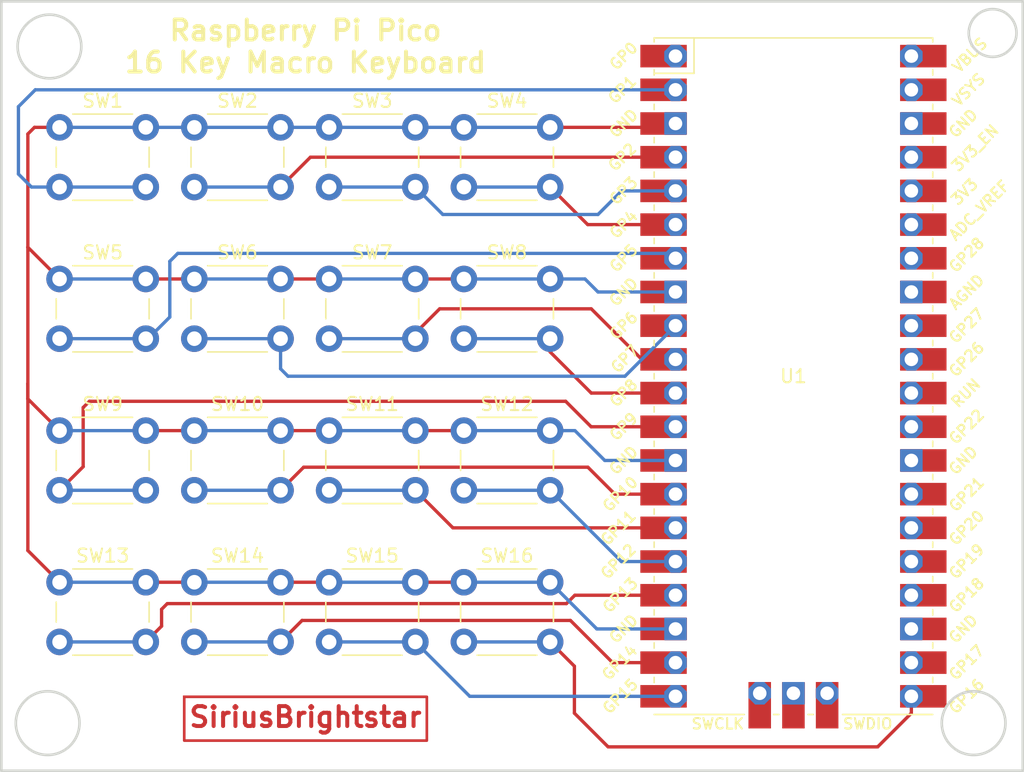
<source format=kicad_pcb>
(kicad_pcb (version 20211014) (generator pcbnew)
  (title_block (title "RPi Pico Macro Keyboard") (date "2022-07-26") (rev "v0.0.1") (company "Siriusbrightstar") (comment 1 "https://github.com/siriusbrightstar"))
  (layers (0 "F.Cu" signal) (31 "B.Cu" signal) (34 "B.Paste" user) (35 "F.Paste" user) (36 "B.SilkS" user "B.Silkscreen") (37 "F.SilkS" user "F.Silkscreen") (38 "B.Mask" user) (39 "F.Mask" user) (44 "Edge.Cuts" user))
  (net 0 "")
  (net 1 "GND")
  (net 2 "GP1")
  (net 3 "GP2")
  (net 4 "GP3")
  (net 5 "GP4")
  (net 6 "GP5")
  (net 7 "GP6")
  (net 8 "GP7")
  (net 9 "GP8")
  (net 10 "GP9")
  (net 11 "GP10")
  (net 12 "GP11")
  (net 13 "GP12")
  (net 14 "GP13")
  (net 15 "GP14")
  (net 16 "GP15")
  (net 17 "GP16")
  (footprint "Button_Switch_THT:SW_PUSH_6mm" (layer "F.Cu") (at 110.998 119.38)
    (fp_text reference "SW13" (at 3.25 -2) (layer "F.SilkS"))
    (fp_text value "Button")
    (pad "1" thru_hole circle (at 0 0 90) (size 2 2) (drill 1.1) (layers *.Cu *.Mask) (net 1 "GND"))
    (pad "1" thru_hole circle (at 6.5 0 90) (size 2 2) (drill 1.1) (layers *.Cu *.Mask) (net 1 "GND"))
    (pad "2" thru_hole circle (at 6.5 4.5 90) (size 2 2) (drill 1.1) (layers *.Cu *.Mask) (net 14 "GP13"))
    (pad "2" thru_hole circle (at 0 4.5 90) (size 2 2) (drill 1.1) (layers *.Cu *.Mask) (net 14 "GP13"))
  )
  (footprint "Button_Switch_THT:SW_PUSH_6mm" (layer "F.Cu") (at 131.318 107.95)
    (fp_text reference "SW11" (at 3.25 -2) (layer "F.SilkS"))
    (fp_text value "Button")
    (pad "1" thru_hole circle (at 0 0 90) (size 2 2) (drill 1.1) (layers *.Cu *.Mask) (net 1 "GND"))
    (pad "1" thru_hole circle (at 6.5 0 90) (size 2 2) (drill 1.1) (layers *.Cu *.Mask) (net 1 "GND"))
    (pad "2" thru_hole circle (at 0 4.5 90) (size 2 2) (drill 1.1) (layers *.Cu *.Mask) (net 12 "GP11"))
    (pad "2" thru_hole circle (at 6.5 4.5 90) (size 2 2) (drill 1.1) (layers *.Cu *.Mask) (net 12 "GP11"))
  )
  (footprint "Button_Switch_THT:SW_PUSH_6mm" (layer "F.Cu") (at 131.318 85.09)
    (fp_text reference "SW3" (at 3.25 -2) (layer "F.SilkS"))
    (fp_text value "Button")
    (pad "1" thru_hole circle (at 0 0 90) (size 2 2) (drill 1.1) (layers *.Cu *.Mask) (net 1 "GND"))
    (pad "1" thru_hole circle (at 6.5 0 90) (size 2 2) (drill 1.1) (layers *.Cu *.Mask) (net 1 "GND"))
    (pad "2" thru_hole circle (at 0 4.5 90) (size 2 2) (drill 1.1) (layers *.Cu *.Mask) (net 4 "GP3"))
    (pad "2" thru_hole circle (at 6.5 4.5 90) (size 2 2) (drill 1.1) (layers *.Cu *.Mask) (net 4 "GP3"))
  )
  (footprint "Button_Switch_THT:SW_PUSH_6mm" (layer "F.Cu") (at 121.158 119.38)
    (fp_text reference "SW14" (at 3.25 -2) (layer "F.SilkS"))
    (fp_text value "Button")
    (pad "1" thru_hole circle (at 6.5 0 90) (size 2 2) (drill 1.1) (layers *.Cu *.Mask) (net 1 "GND"))
    (pad "1" thru_hole circle (at 0 0 90) (size 2 2) (drill 1.1) (layers *.Cu *.Mask) (net 1 "GND"))
    (pad "2" thru_hole circle (at 0 4.5 90) (size 2 2) (drill 1.1) (layers *.Cu *.Mask) (net 15 "GP14"))
    (pad "2" thru_hole circle (at 6.5 4.5 90) (size 2 2) (drill 1.1) (layers *.Cu *.Mask) (net 15 "GP14"))
  )
  (footprint "Button_Switch_THT:SW_PUSH_6mm" (layer "F.Cu") (at 110.998 85.09)
    (fp_text reference "SW1" (at 3.25 -2) (layer "F.SilkS"))
    (fp_text value "GP1")
    (pad "1" thru_hole circle (at 0 0 90) (size 2 2) (drill 1.1) (layers *.Cu *.Mask) (net 1 "GND"))
    (pad "1" thru_hole circle (at 6.5 0 90) (size 2 2) (drill 1.1) (layers *.Cu *.Mask) (net 1 "GND"))
    (pad "2" thru_hole circle (at 0 4.5 90) (size 2 2) (drill 1.1) (layers *.Cu *.Mask) (net 2 "GP1"))
    (pad "2" thru_hole circle (at 6.5 4.5 90) (size 2 2) (drill 1.1) (layers *.Cu *.Mask) (net 2 "GP1"))
  )
  (footprint "Button_Switch_THT:SW_PUSH_6mm" (layer "F.Cu") (at 141.478 85.09)
    (fp_text reference "SW4" (at 3.25 -2) (layer "F.SilkS"))
    (fp_text value "Button")
    (pad "1" thru_hole circle (at 0 0 90) (size 2 2) (drill 1.1) (layers *.Cu *.Mask) (net 1 "GND"))
    (pad "1" thru_hole circle (at 6.5 0 90) (size 2 2) (drill 1.1) (layers *.Cu *.Mask) (net 1 "GND"))
    (pad "2" thru_hole circle (at 6.5 4.5 90) (size 2 2) (drill 1.1) (layers *.Cu *.Mask) (net 5 "GP4"))
    (pad "2" thru_hole circle (at 0 4.5 90) (size 2 2) (drill 1.1) (layers *.Cu *.Mask) (net 5 "GP4"))
  )
  (footprint "Button_Switch_THT:SW_PUSH_6mm" (layer "F.Cu") (at 110.998 96.52)
    (fp_text reference "SW5" (at 3.25 -2) (layer "F.SilkS"))
    (fp_text value "Button")
    (pad "1" thru_hole circle (at 6.5 0 90) (size 2 2) (drill 1.1) (layers *.Cu *.Mask) (net 1 "GND"))
    (pad "1" thru_hole circle (at 0 0 90) (size 2 2) (drill 1.1) (layers *.Cu *.Mask) (net 1 "GND"))
    (pad "2" thru_hole circle (at 0 4.5 90) (size 2 2) (drill 1.1) (layers *.Cu *.Mask) (net 6 "GP5"))
    (pad "2" thru_hole circle (at 6.5 4.5 90) (size 2 2) (drill 1.1) (layers *.Cu *.Mask) (net 6 "GP5"))
  )
  (footprint "Button_Switch_THT:SW_PUSH_6mm" (layer "F.Cu") (at 141.478 119.38)
    (fp_text reference "SW16" (at 3.25 -2) (layer "F.SilkS"))
    (fp_text value "Button")
    (pad "1" thru_hole circle (at 0 0 90) (size 2 2) (drill 1.1) (layers *.Cu *.Mask) (net 1 "GND"))
    (pad "1" thru_hole circle (at 6.5 0 90) (size 2 2) (drill 1.1) (layers *.Cu *.Mask) (net 1 "GND"))
    (pad "2" thru_hole circle (at 6.5 4.5 90) (size 2 2) (drill 1.1) (layers *.Cu *.Mask) (net 17 "GP16"))
    (pad "2" thru_hole circle (at 0 4.5 90) (size 2 2) (drill 1.1) (layers *.Cu *.Mask) (net 17 "GP16"))
  )
  (footprint "Button_Switch_THT:SW_PUSH_6mm" (layer "F.Cu") (at 131.318 96.52)
    (fp_text reference "SW7" (at 3.25 -2) (layer "F.SilkS"))
    (fp_text value "Button")
    (pad "1" thru_hole circle (at 6.5 0 90) (size 2 2) (drill 1.1) (layers *.Cu *.Mask) (net 1 "GND"))
    (pad "1" thru_hole circle (at 0 0 90) (size 2 2) (drill 1.1) (layers *.Cu *.Mask) (net 1 "GND"))
    (pad "2" thru_hole circle (at 0 4.5 90) (size 2 2) (drill 1.1) (layers *.Cu *.Mask) (net 8 "GP7"))
    (pad "2" thru_hole circle (at 6.5 4.5 90) (size 2 2) (drill 1.1) (layers *.Cu *.Mask) (net 8 "GP7"))
  )
  (footprint "Button_Switch_THT:SW_PUSH_6mm" (layer "F.Cu") (at 131.318 119.38)
    (fp_text reference "SW15" (at 3.25 -2) (layer "F.SilkS"))
    (fp_text value "Button")
    (pad "1" thru_hole circle (at 6.5 0 90) (size 2 2) (drill 1.1) (layers *.Cu *.Mask) (net 1 "GND"))
    (pad "1" thru_hole circle (at 0 0 90) (size 2 2) (drill 1.1) (layers *.Cu *.Mask) (net 1 "GND"))
    (pad "2" thru_hole circle (at 0 4.5 90) (size 2 2) (drill 1.1) (layers *.Cu *.Mask) (net 16 "GP15"))
    (pad "2" thru_hole circle (at 6.5 4.5 90) (size 2 2) (drill 1.1) (layers *.Cu *.Mask) (net 16 "GP15"))
  )
  (footprint "Button_Switch_THT:SW_PUSH_6mm" (layer "F.Cu") (at 141.478 96.52)
    (fp_text reference "SW8" (at 3.25 -2) (layer "F.SilkS"))
    (fp_text value "Button")
    (pad "1" thru_hole circle (at 0 0 90) (size 2 2) (drill 1.1) (layers *.Cu *.Mask) (net 1 "GND"))
    (pad "1" thru_hole circle (at 6.5 0 90) (size 2 2) (drill 1.1) (layers *.Cu *.Mask) (net 1 "GND"))
    (pad "2" thru_hole circle (at 0 4.5 90) (size 2 2) (drill 1.1) (layers *.Cu *.Mask) (net 9 "GP8"))
    (pad "2" thru_hole circle (at 6.5 4.5 90) (size 2 2) (drill 1.1) (layers *.Cu *.Mask) (net 9 "GP8"))
  )
  (footprint "Button_Switch_THT:SW_PUSH_6mm" (layer "F.Cu") (at 110.998 107.95)
    (fp_text reference "SW9" (at 3.25 -2) (layer "F.SilkS"))
    (fp_text value "Button")
    (pad "1" thru_hole circle (at 6.5 0 90) (size 2 2) (drill 1.1) (layers *.Cu *.Mask) (net 1 "GND"))
    (pad "1" thru_hole circle (at 0 0 90) (size 2 2) (drill 1.1) (layers *.Cu *.Mask) (net 1 "GND"))
    (pad "2" thru_hole circle (at 0 4.5 90) (size 2 2) (drill 1.1) (layers *.Cu *.Mask) (net 10 "GP9"))
    (pad "2" thru_hole circle (at 6.5 4.5 90) (size 2 2) (drill 1.1) (layers *.Cu *.Mask) (net 10 "GP9"))
  )
  (footprint "Button_Switch_THT:SW_PUSH_6mm" (layer "F.Cu") (at 121.158 96.52)
    (fp_text reference "SW6" (at 3.25 -2) (layer "F.SilkS"))
    (fp_text value "Button")
    (pad "1" thru_hole circle (at 0 0 90) (size 2 2) (drill 1.1) (layers *.Cu *.Mask) (net 1 "GND"))
    (pad "1" thru_hole circle (at 6.5 0 90) (size 2 2) (drill 1.1) (layers *.Cu *.Mask) (net 1 "GND"))
    (pad "2" thru_hole circle (at 0 4.5 90) (size 2 2) (drill 1.1) (layers *.Cu *.Mask) (net 7 "GP6"))
    (pad "2" thru_hole circle (at 6.5 4.5 90) (size 2 2) (drill 1.1) (layers *.Cu *.Mask) (net 7 "GP6"))
  )
  (footprint "Button_Switch_THT:SW_PUSH_6mm" (layer "F.Cu") (at 121.158 107.95)
    (fp_text reference "SW10" (at 3.25 -2) (layer "F.SilkS"))
    (fp_text value "Button")
    (pad "1" thru_hole circle (at 6.5 0 90) (size 2 2) (drill 1.1) (layers *.Cu *.Mask) (net 1 "GND"))
    (pad "1" thru_hole circle (at 0 0 90) (size 2 2) (drill 1.1) (layers *.Cu *.Mask) (net 1 "GND"))
    (pad "2" thru_hole circle (at 6.5 4.5 90) (size 2 2) (drill 1.1) (layers *.Cu *.Mask) (net 11 "GP10"))
    (pad "2" thru_hole circle (at 0 4.5 90) (size 2 2) (drill 1.1) (layers *.Cu *.Mask) (net 11 "GP10"))
  )
  (footprint "Button_Switch_THT:SW_PUSH_6mm" (layer "F.Cu") (at 121.158 85.09)
    (fp_text reference "SW2" (at 3.25 -2) (layer "F.SilkS"))
    (fp_text value "Button")
    (pad "1" thru_hole circle (at 0 0 90) (size 2 2) (drill 1.1) (layers *.Cu *.Mask) (net 1 "GND"))
    (pad "1" thru_hole circle (at 6.5 0 90) (size 2 2) (drill 1.1) (layers *.Cu *.Mask) (net 1 "GND"))
    (pad "2" thru_hole circle (at 6.5 4.5 90) (size 2 2) (drill 1.1) (layers *.Cu *.Mask) (net 3 "GP2"))
    (pad "2" thru_hole circle (at 0 4.5 90) (size 2 2) (drill 1.1) (layers *.Cu *.Mask) (net 3 "GP2"))
  )
  (footprint "RaspberryPi_Pico:RPi_Pico_SMD_TH" (layer "F.Cu") (at 166.318 103.85)
    (fp_text reference "U1" (at 0 0) (layer "F.SilkS"))
    (fp_text value "Pico")
    (fp_text user "GP27" (at 13.054 -3.8 45) (layer "F.SilkS") (effects (font (size 0.8 0.8))))
    (fp_text user "GP11" (at -13.2 11.43 45) (layer "F.SilkS") (effects (font (size 0.8 0.8))))
    (fp_text user "GND" (at -12.8 -6.35 45) (layer "F.SilkS") (effects (font (size 0.8 0.8))))
    (fp_text user "GP12" (at -13.2 13.97 45) (layer "F.SilkS") (effects (font (size 0.8 0.8))))
    (fp_text user "GP7" (at -12.7 -1.3 45) (layer "F.SilkS") (effects (font (size 0.8 0.8))))
    (fp_text user "GP17" (at 13.054 21.59 45) (layer "F.SilkS") (effects (font (size 0.8 0.8))))
    (fp_text user "3V3" (at 12.9 -13.9 45) (layer "F.SilkS") (effects (font (size 0.8 0.8))))
    (fp_text user "GP1" (at -12.9 -21.6 45) (layer "F.SilkS") (effects (font (size 0.8 0.8))))
    (fp_text user "GP5" (at -12.8 -8.89 45) (layer "F.SilkS") (effects (font (size 0.8 0.8))))
    (fp_text user "GND" (at -12.8 6.35 45) (layer "F.SilkS") (effects (font (size 0.8 0.8))))
    (fp_text user "GP8" (at -12.8 1.27 45) (layer "F.SilkS") (effects (font (size 0.8 0.8))))
    (fp_text user "GP3" (at -12.8 -13.97 45) (layer "F.SilkS") (effects (font (size 0.8 0.8))))
    (fp_text user "GP6" (at -12.8 -3.81 45) (layer "F.SilkS") (effects (font (size 0.8 0.8))))
    (fp_text user "ADC_VREF" (at 14 -12.5 45) (layer "F.SilkS") (effects (font (size 0.8 0.8))))
    (fp_text user "VSYS" (at 13.2 -21.59 45) (layer "F.SilkS") (effects (font (size 0.8 0.8))))
    (fp_text user "GP10" (at -13.054 8.89 45) (layer "F.SilkS") (effects (font (size 0.8 0.8))))
    (fp_text user "GND" (at -12.8 -19.05 45) (layer "F.SilkS") (effects (font (size 0.8 0.8))))
    (fp_text user "SWDIO" (at 5.6 26.2) (layer "F.SilkS") (effects (font (size 0.8 0.8))))
    (fp_text user "GP15" (at -13.054 24.13 45) (layer "F.SilkS") (effects (font (size 0.8 0.8))))
    (fp_text user "GP16" (at 13.054 24.13 45) (layer "F.SilkS") (effects (font (size 0.8 0.8))))
    (fp_text user "GP18" (at 13.054 16.51 45) (layer "F.SilkS") (effects (font (size 0.8 0.8))))
    (fp_text user "GP9" (at -12.8 3.81 45) (layer "F.SilkS") (effects (font (size 0.8 0.8))))
    (fp_text user "GP28" (at 13.054 -9.144 45) (layer "F.SilkS") (effects (font (size 0.8 0.8))))
    (fp_text user "GP22" (at 13.054 3.81 45) (layer "F.SilkS") (effects (font (size 0.8 0.8))))
    (fp_text user "GP2" (at -12.9 -16.51 45) (layer "F.SilkS") (effects (font (size 0.8 0.8))))
    (fp_text user "RUN" (at 13 1.27 45) (layer "F.SilkS") (effects (font (size 0.8 0.8))))
    (fp_text user "GND" (at 12.8 -19.05 45) (layer "F.SilkS") (effects (font (size 0.8 0.8))))
    (fp_text user "GP0" (at -12.8 -24.13 45) (layer "F.SilkS") (effects (font (size 0.8 0.8))))
    (fp_text user "GP13" (at -13.054 16.51 45) (layer "F.SilkS") (effects (font (size 0.8 0.8))))
    (fp_text user "GP21" (at 13.054 8.9 45) (layer "F.SilkS") (effects (font (size 0.8 0.8))))
    (fp_text user "GP4" (at -12.8 -11.43 45) (layer "F.SilkS") (effects (font (size 0.8 0.8))))
    (fp_text user "GP20" (at 13.054 11.43 45) (layer "F.SilkS") (effects (font (size 0.8 0.8))))
    (fp_text user "AGND" (at 13.054 -6.35 45) (layer "F.SilkS") (effects (font (size 0.8 0.8))))
    (fp_text user "GND" (at -12.8 19.05 45) (layer "F.SilkS") (effects (font (size 0.8 0.8))))
    (fp_text user "SWCLK" (at -5.7 26.2) (layer "F.SilkS") (effects (font (size 0.8 0.8))))
    (fp_text user "GP26" (at 13.054 -1.27 45) (layer "F.SilkS") (effects (font (size 0.8 0.8))))
    (fp_text user "GND" (at 12.8 19.05 45) (layer "F.SilkS") (effects (font (size 0.8 0.8))))
    (fp_text user "GP19" (at 13.054 13.97 45) (layer "F.SilkS") (effects (font (size 0.8 0.8))))
    (fp_text user "GP14" (at -13.1 21.59 45) (layer "F.SilkS") (effects (font (size 0.8 0.8))))
    (fp_text user "VBUS" (at 13.3 -24.2 45) (layer "F.SilkS") (effects (font (size 0.8 0.8))))
    (fp_text user "3V3_EN" (at 13.7 -17.2 45) (layer "F.SilkS") (effects (font (size 0.8 0.8))))
    (fp_text user "GND" (at 12.8 6.35 45) (layer "F.SilkS") (effects (font (size 0.8 0.8))))
    (pad "" np_thru_hole oval (at -2.725 -24) (size 1.8 1.8) (drill 1.8) (layers *.Cu *.Mask))
    (pad "" np_thru_hole oval (at 2.725 -24) (size 1.8 1.8) (drill 1.8) (layers *.Cu *.Mask))
    (pad "" np_thru_hole oval (at -2.425 -20.97) (size 1.5 1.5) (drill 1.5) (layers *.Cu *.Mask))
    (pad "" np_thru_hole oval (at 2.425 -20.97) (size 1.5 1.5) (drill 1.5) (layers *.Cu *.Mask))
    (pad "1" smd rect (at -8.89 -24.13) (size 3.5 1.7) (drill (offset -0.9 0)) (layers "F.Cu" "F.Mask"))
    (pad "1" thru_hole custom (at -8.89 -24.13) (size 1.7 1.7) (drill 1.02) (layers *.Cu *.Mask) (options (clearance convexhull) (anchor circle)) (primitives (gr_poly (pts (xy 0.8 0.331371) (xy 0.331371 0.8) (xy -0.331371 0.8) (xy -0.8 0.331371) (xy -0.8 -0.331371) (xy -0.331371 -0.8) (xy 0.331371 -0.8) (xy 0.8 -0.331371)) (width 0.1) (fill yes))))
    (pad "2" smd rect (at -8.89 -21.59) (size 3.5 1.7) (drill (offset -0.9 0)) (layers "F.Cu" "F.Mask") (net 2 "GP1"))
    (pad "2" thru_hole custom (at -8.89 -21.59) (size 1.7 1.7) (drill 1.02) (layers *.Cu *.Mask) (net 2 "GP1") (options (clearance convexhull) (anchor circle)) (primitives (gr_poly (pts (xy 0.8 0.331371) (xy 0.331371 0.8) (xy -0.331371 0.8) (xy -0.8 0.331371) (xy -0.8 -0.331371) (xy -0.331371 -0.8) (xy 0.331371 -0.8) (xy 0.8 -0.331371)) (width 0.1) (fill yes))))
    (pad "3" thru_hole custom (at -8.89 -19.05) (size 1.7 1.7) (drill 1.02) (layers *.Cu *.Mask) (net 1 "GND") (options (clearance convexhull) (anchor circle)) (primitives (gr_poly (pts (xy 0.8 0.8) (xy -0.8 0.8) (xy -0.8 -0.8) (xy 0.8 -0.8)) (width 0.1) (fill yes))))
    (pad "3" smd rect (at -8.89 -19.05) (size 3.5 1.7) (drill (offset -0.9 0)) (layers "F.Cu" "F.Mask") (net 1 "GND"))
    (pad "4" smd rect (at -8.89 -16.51) (size 3.5 1.7) (drill (offset -0.9 0)) (layers "F.Cu" "F.Mask") (net 3 "GP2"))
    (pad "4" thru_hole custom (at -8.89 -16.51) (size 1.7 1.7) (drill 1.02) (layers *.Cu *.Mask) (net 3 "GP2") (options (clearance convexhull) (anchor circle)) (primitives (gr_poly (pts (xy 0.8 0.331371) (xy 0.331371 0.8) (xy -0.331371 0.8) (xy -0.8 0.331371) (xy -0.8 -0.331371) (xy -0.331371 -0.8) (xy 0.331371 -0.8) (xy 0.8 -0.331371)) (width 0.1) (fill yes))))
    (pad "5" thru_hole custom (at -8.89 -13.97) (size 1.7 1.7) (drill 1.02) (layers *.Cu *.Mask) (net 4 "GP3") (options (clearance convexhull) (anchor circle)) (primitives (gr_poly (pts (xy 0.8 0.331371) (xy 0.331371 0.8) (xy -0.331371 0.8) (xy -0.8 0.331371) (xy -0.8 -0.331371) (xy -0.331371 -0.8) (xy 0.331371 -0.8) (xy 0.8 -0.331371)) (width 0.1) (fill yes))))
    (pad "5" smd rect (at -8.89 -13.97) (size 3.5 1.7) (drill (offset -0.9 0)) (layers "F.Cu" "F.Mask") (net 4 "GP3"))
    (pad "6" thru_hole custom (at -8.89 -11.43) (size 1.7 1.7) (drill 1.02) (layers *.Cu *.Mask) (net 5 "GP4") (options (clearance convexhull) (anchor circle)) (primitives (gr_poly (pts (xy 0.8 0.331371) (xy 0.331371 0.8) (xy -0.331371 0.8) (xy -0.8 0.331371) (xy -0.8 -0.331371) (xy -0.331371 -0.8) (xy 0.331371 -0.8) (xy 0.8 -0.331371)) (width 0.1) (fill yes))))
    (pad "6" smd rect (at -8.89 -11.43) (size 3.5 1.7) (drill (offset -0.9 0)) (layers "F.Cu" "F.Mask") (net 5 "GP4"))
    (pad "7" smd rect (at -8.89 -8.89) (size 3.5 1.7) (drill (offset -0.9 0)) (layers "F.Cu" "F.Mask") (net 6 "GP5"))
    (pad "7" thru_hole custom (at -8.89 -8.89) (size 1.7 1.7) (drill 1.02) (layers *.Cu *.Mask) (net 6 "GP5") (options (clearance convexhull) (anchor circle)) (primitives (gr_poly (pts (xy 0.8 0.331371) (xy 0.331371 0.8) (xy -0.331371 0.8) (xy -0.8 0.331371) (xy -0.8 -0.331371) (xy -0.331371 -0.8) (xy 0.331371 -0.8) (xy 0.8 -0.331371)) (width 0.1) (fill yes))))
    (pad "8" thru_hole custom (at -8.89 -6.35) (size 1.7 1.7) (drill 1.02) (layers *.Cu *.Mask) (net 1 "GND") (options (clearance convexhull) (anchor circle)) (primitives (gr_poly (pts (xy 0.8 0.8) (xy -0.8 0.8) (xy -0.8 -0.8) (xy 0.8 -0.8)) (width 0.1) (fill yes))))
    (pad "8" smd rect (at -8.89 -6.35) (size 3.5 1.7) (drill (offset -0.9 0)) (layers "F.Cu" "F.Mask") (net 1 "GND"))
    (pad "9" thru_hole custom (at -8.89 -3.81) (size 1.7 1.7) (drill 1.02) (layers *.Cu *.Mask) (net 7 "GP6") (options (clearance convexhull) (anchor circle)) (primitives (gr_poly (pts (xy 0.8 0.331371) (xy 0.331371 0.8) (xy -0.331371 0.8) (xy -0.8 0.331371) (xy -0.8 -0.331371) (xy -0.331371 -0.8) (xy 0.331371 -0.8) (xy 0.8 -0.331371)) (width 0.1) (fill yes))))
    (pad "9" smd rect (at -8.89 -3.81) (size 3.5 1.7) (drill (offset -0.9 0)) (layers "F.Cu" "F.Mask") (net 7 "GP6"))
    (pad "10" smd rect (at -8.89 -1.27) (size 3.5 1.7) (drill (offset -0.9 0)) (layers "F.Cu" "F.Mask") (net 8 "GP7"))
    (pad "10" thru_hole custom (at -8.89 -1.27) (size 1.7 1.7) (drill 1.02) (layers *.Cu *.Mask) (net 8 "GP7") (options (clearance convexhull) (anchor circle)) (primitives (gr_poly (pts (xy 0.8 0.331371) (xy 0.331371 0.8) (xy -0.331371 0.8) (xy -0.8 0.331371) (xy -0.8 -0.331371) (xy -0.331371 -0.8) (xy 0.331371 -0.8) (xy 0.8 -0.331371)) (width 0.1) (fill yes))))
    (pad "11" thru_hole custom (at -8.89 1.27) (size 1.7 1.7) (drill 1.02) (layers *.Cu *.Mask) (net 9 "GP8") (options (clearance convexhull) (anchor circle)) (primitives (gr_poly (pts (xy 0.8 0.331371) (xy 0.331371 0.8) (xy -0.331371 0.8) (xy -0.8 0.331371) (xy -0.8 -0.331371) (xy -0.331371 -0.8) (xy 0.331371 -0.8) (xy 0.8 -0.331371)) (width 0.1) (fill yes))))
    (pad "11" smd rect (at -8.89 1.27) (size 3.5 1.7) (drill (offset -0.9 0)) (layers "F.Cu" "F.Mask") (net 9 "GP8"))
    (pad "12" smd rect (at -8.89 3.81) (size 3.5 1.7) (drill (offset -0.9 0)) (layers "F.Cu" "F.Mask") (net 10 "GP9"))
    (pad "12" thru_hole custom (at -8.89 3.81) (size 1.7 1.7) (drill 1.02) (layers *.Cu *.Mask) (net 10 "GP9") (options (clearance convexhull) (anchor circle)) (primitives (gr_poly (pts (xy 0.8 0.331371) (xy 0.331371 0.8) (xy -0.331371 0.8) (xy -0.8 0.331371) (xy -0.8 -0.331371) (xy -0.331371 -0.8) (xy 0.331371 -0.8) (xy 0.8 -0.331371)) (width 0.1) (fill yes))))
    (pad "13" smd rect (at -8.89 6.35) (size 3.5 1.7) (drill (offset -0.9 0)) (layers "F.Cu" "F.Mask") (net 1 "GND"))
    (pad "13" thru_hole custom (at -8.89 6.35) (size 1.7 1.7) (drill 1.02) (layers *.Cu *.Mask) (net 1 "GND") (options (clearance convexhull) (anchor circle)) (primitives (gr_poly (pts (xy 0.8 0.8) (xy -0.8 0.8) (xy -0.8 -0.8) (xy 0.8 -0.8)) (width 0.1) (fill yes))))
    (pad "14" smd rect (at -8.89 8.89) (size 3.5 1.7) (drill (offset -0.9 0)) (layers "F.Cu" "F.Mask") (net 11 "GP10"))
    (pad "14" thru_hole custom (at -8.89 8.89) (size 1.7 1.7) (drill 1.02) (layers *.Cu *.Mask) (net 11 "GP10") (options (clearance convexhull) (anchor circle)) (primitives (gr_poly (pts (xy 0.8 0.331371) (xy 0.331371 0.8) (xy -0.331371 0.8) (xy -0.8 0.331371) (xy -0.8 -0.331371) (xy -0.331371 -0.8) (xy 0.331371 -0.8) (xy 0.8 -0.331371)) (width 0.1) (fill yes))))
    (pad "15" smd rect (at -8.89 11.43) (size 3.5 1.7) (drill (offset -0.9 0)) (layers "F.Cu" "F.Mask") (net 12 "GP11"))
    (pad "15" thru_hole custom (at -8.89 11.43) (size 1.7 1.7) (drill 1.02) (layers *.Cu *.Mask) (net 12 "GP11") (options (clearance convexhull) (anchor circle)) (primitives (gr_poly (pts (xy 0.8 0.331371) (xy 0.331371 0.8) (xy -0.331371 0.8) (xy -0.8 0.331371) (xy -0.8 -0.331371) (xy -0.331371 -0.8) (xy 0.331371 -0.8) (xy 0.8 -0.331371)) (width 0.1) (fill yes))))
    (pad "16" thru_hole custom (at -8.89 13.97) (size 1.7 1.7) (drill 1.02) (layers *.Cu *.Mask) (net 13 "GP12") (options (clearance convexhull) (anchor circle)) (primitives (gr_poly (pts (xy 0.8 0.331371) (xy 0.331371 0.8) (xy -0.331371 0.8) (xy -0.8 0.331371) (xy -0.8 -0.331371) (xy -0.331371 -0.8) (xy 0.331371 -0.8) (xy 0.8 -0.331371)) (width 0.1) (fill yes))))
    (pad "16" smd rect (at -8.89 13.97) (size 3.5 1.7) (drill (offset -0.9 0)) (layers "F.Cu" "F.Mask") (net 13 "GP12"))
    (pad "17" smd rect (at -8.89 16.51) (size 3.5 1.7) (drill (offset -0.9 0)) (layers "F.Cu" "F.Mask") (net 14 "GP13"))
    (pad "17" thru_hole custom (at -8.89 16.51) (size 1.7 1.7) (drill 1.02) (layers *.Cu *.Mask) (net 14 "GP13") (options (clearance convexhull) (anchor circle)) (primitives (gr_poly (pts (xy 0.8 0.331371) (xy 0.331371 0.8) (xy -0.331371 0.8) (xy -0.8 0.331371) (xy -0.8 -0.331371) (xy -0.331371 -0.8) (xy 0.331371 -0.8) (xy 0.8 -0.331371)) (width 0.1) (fill yes))))
    (pad "18" smd rect (at -8.89 19.05) (size 3.5 1.7) (drill (offset -0.9 0)) (layers "F.Cu" "F.Mask") (net 1 "GND"))
    (pad "18" thru_hole custom (at -8.89 19.05) (size 1.7 1.7) (drill 1.02) (layers *.Cu *.Mask) (net 1 "GND") (options (clearance convexhull) (anchor circle)) (primitives (gr_poly (pts (xy 0.8 0.8) (xy -0.8 0.8) (xy -0.8 -0.8) (xy 0.8 -0.8)) (width 0.1) (fill yes))))
    (pad "19" smd rect (at -8.89 21.59) (size 3.5 1.7) (drill (offset -0.9 0)) (layers "F.Cu" "F.Mask") (net 15 "GP14"))
    (pad "19" thru_hole custom (at -8.89 21.59) (size 1.7 1.7) (drill 1.02) (layers *.Cu *.Mask) (net 15 "GP14") (options (clearance convexhull) (anchor circle)) (primitives (gr_poly (pts (xy 0.8 0.331371) (xy 0.331371 0.8) (xy -0.331371 0.8) (xy -0.8 0.331371) (xy -0.8 -0.331371) (xy -0.331371 -0.8) (xy 0.331371 -0.8) (xy 0.8 -0.331371)) (width 0.1) (fill yes))))
    (pad "20" thru_hole custom (at -8.89 24.13) (size 1.7 1.7) (drill 1.02) (layers *.Cu *.Mask) (net 16 "GP15") (options (clearance convexhull) (anchor circle)) (primitives (gr_poly (pts (xy 0.8 0.331371) (xy 0.331371 0.8) (xy -0.331371 0.8) (xy -0.8 0.331371) (xy -0.8 -0.331371) (xy -0.331371 -0.8) (xy 0.331371 -0.8) (xy 0.8 -0.331371)) (width 0.1) (fill yes))))
    (pad "20" smd rect (at -8.89 24.13) (size 3.5 1.7) (drill (offset -0.9 0)) (layers "F.Cu" "F.Mask") (net 16 "GP15"))
    (pad "21" smd rect (at 8.89 24.13) (size 3.5 1.7) (drill (offset 0.9 0)) (layers "F.Cu" "F.Mask") (net 17 "GP16"))
    (pad "21" thru_hole custom (at 8.89 24.13) (size 1.7 1.7) (drill 1.02) (layers *.Cu *.Mask) (net 17 "GP16") (options (clearance convexhull) (anchor circle)) (primitives (gr_poly (pts (xy 0.8 0.331371) (xy 0.331371 0.8) (xy -0.331371 0.8) (xy -0.8 0.331371) (xy -0.8 -0.331371) (xy -0.331371 -0.8) (xy 0.331371 -0.8) (xy 0.8 -0.331371)) (width 0.1) (fill yes))))
    (pad "22" smd rect (at 8.89 21.59) (size 3.5 1.7) (drill (offset 0.9 0)) (layers "F.Cu" "F.Mask"))
    (pad "22" thru_hole custom (at 8.89 21.59) (size 1.7 1.7) (drill 1.02) (layers *.Cu *.Mask) (options (clearance convexhull) (anchor circle)) (primitives (gr_poly (pts (xy 0.8 0.331371) (xy 0.331371 0.8) (xy -0.331371 0.8) (xy -0.8 0.331371) (xy -0.8 -0.331371) (xy -0.331371 -0.8) (xy 0.331371 -0.8) (xy 0.8 -0.331371)) (width 0.1) (fill yes))))
    (pad "23" thru_hole custom (at 8.89 19.05) (size 1.7 1.7) (drill 1.02) (layers *.Cu *.Mask) (options (clearance convexhull) (anchor circle)) (primitives (gr_poly (pts (xy 0.8 0.8) (xy -0.8 0.8) (xy -0.8 -0.8) (xy 0.8 -0.8)) (width 0.1) (fill yes))))
    (pad "23" smd rect (at 8.89 19.05) (size 3.5 1.7) (drill (offset 0.9 0)) (layers "F.Cu" "F.Mask"))
    (pad "24" thru_hole custom (at 8.89 16.51) (size 1.7 1.7) (drill 1.02) (layers *.Cu *.Mask) (options (clearance convexhull) (anchor circle)) (primitives (gr_poly (pts (xy 0.8 0.331371) (xy 0.331371 0.8) (xy -0.331371 0.8) (xy -0.8 0.331371) (xy -0.8 -0.331371) (xy -0.331371 -0.8) (xy 0.331371 -0.8) (xy 0.8 -0.331371)) (width 0.1) (fill yes))))
    (pad "24" smd rect (at 8.89 16.51) (size 3.5 1.7) (drill (offset 0.9 0)) (layers "F.Cu" "F.Mask"))
    (pad "25" thru_hole custom (at 8.89 13.97) (size 1.7 1.7) (drill 1.02) (layers *.Cu *.Mask) (options (clearance convexhull) (anchor circle)) (primitives (gr_poly (pts (xy 0.8 0.331371) (xy 0.331371 0.8) (xy -0.331371 0.8) (xy -0.8 0.331371) (xy -0.8 -0.331371) (xy -0.331371 -0.8) (xy 0.331371 -0.8) (xy 0.8 -0.331371)) (width 0.1) (fill yes))))
    (pad "25" smd rect (at 8.89 13.97) (size 3.5 1.7) (drill (offset 0.9 0)) (layers "F.Cu" "F.Mask"))
    (pad "26" thru_hole custom (at 8.89 11.43) (size 1.7 1.7) (drill 1.02) (layers *.Cu *.Mask) (options (clearance convexhull) (anchor circle)) (primitives (gr_poly (pts (xy 0.8 0.331371) (xy 0.331371 0.8) (xy -0.331371 0.8) (xy -0.8 0.331371) (xy -0.8 -0.331371) (xy -0.331371 -0.8) (xy 0.331371 -0.8) (xy 0.8 -0.331371)) (width 0.1) (fill yes))))
    (pad "26" smd rect (at 8.89 11.43) (size 3.5 1.7) (drill (offset 0.9 0)) (layers "F.Cu" "F.Mask"))
    (pad "27" smd rect (at 8.89 8.89) (size 3.5 1.7) (drill (offset 0.9 0)) (layers "F.Cu" "F.Mask"))
    (pad "27" thru_hole custom (at 8.89 8.89) (size 1.7 1.7) (drill 1.02) (layers *.Cu *.Mask) (options (clearance convexhull) (anchor circle)) (primitives (gr_poly (pts (xy 0.8 0.331371) (xy 0.331371 0.8) (xy -0.331371 0.8) (xy -0.8 0.331371) (xy -0.8 -0.331371) (xy -0.331371 -0.8) (xy 0.331371 -0.8) (xy 0.8 -0.331371)) (width 0.1) (fill yes))))
    (pad "28" smd rect (at 8.89 6.35) (size 3.5 1.7) (drill (offset 0.9 0)) (layers "F.Cu" "F.Mask"))
    (pad "28" thru_hole custom (at 8.89 6.35) (size 1.7 1.7) (drill 1.02) (layers *.Cu *.Mask) (options (clearance convexhull) (anchor circle)) (primitives (gr_poly (pts (xy 0.8 0.8) (xy -0.8 0.8) (xy -0.8 -0.8) (xy 0.8 -0.8)) (width 0.1) (fill yes))))
    (pad "29" thru_hole custom (at 8.89 3.81) (size 1.7 1.7) (drill 1.02) (layers *.Cu *.Mask) (options (clearance convexhull) (anchor circle)) (primitives (gr_poly (pts (xy 0.8 0.331371) (xy 0.331371 0.8) (xy -0.331371 0.8) (xy -0.8 0.331371) (xy -0.8 -0.331371) (xy -0.331371 -0.8) (xy 0.331371 -0.8) (xy 0.8 -0.331371)) (width 0.1) (fill yes))))
    (pad "29" smd rect (at 8.89 3.81) (size 3.5 1.7) (drill (offset 0.9 0)) (layers "F.Cu" "F.Mask"))
    (pad "30" smd rect (at 8.89 1.27) (size 3.5 1.7) (drill (offset 0.9 0)) (layers "F.Cu" "F.Mask"))
    (pad "30" thru_hole custom (at 8.89 1.27) (size 1.7 1.7) (drill 1.02) (layers *.Cu *.Mask) (options (clearance convexhull) (anchor circle)) (primitives (gr_poly (pts (xy 0.8 0.331371) (xy 0.331371 0.8) (xy -0.331371 0.8) (xy -0.8 0.331371) (xy -0.8 -0.331371) (xy -0.331371 -0.8) (xy 0.331371 -0.8) (xy 0.8 -0.331371)) (width 0.1) (fill yes))))
    (pad "31" thru_hole custom (at 8.89 -1.27) (size 1.7 1.7) (drill 1.02) (layers *.Cu *.Mask) (options (clearance convexhull) (anchor circle)) (primitives (gr_poly (pts (xy 0.8 0.331371) (xy 0.331371 0.8) (xy -0.331371 0.8) (xy -0.8 0.331371) (xy -0.8 -0.331371) (xy -0.331371 -0.8) (xy 0.331371 -0.8) (xy 0.8 -0.331371)) (width 0.1) (fill yes))))
    (pad "31" smd rect (at 8.89 -1.27) (size 3.5 1.7) (drill (offset 0.9 0)) (layers "F.Cu" "F.Mask"))
    (pad "32" smd rect (at 8.89 -3.81) (size 3.5 1.7) (drill (offset 0.9 0)) (layers "F.Cu" "F.Mask"))
    (pad "32" thru_hole custom (at 8.89 -3.81) (size 1.7 1.7) (drill 1.02) (layers *.Cu *.Mask) (options (clearance convexhull) (anchor circle)) (primitives (gr_poly (pts (xy 0.8 0.331371) (xy 0.331371 0.8) (xy -0.331371 0.8) (xy -0.8 0.331371) (xy -0.8 -0.331371) (xy -0.331371 -0.8) (xy 0.331371 -0.8) (xy 0.8 -0.331371)) (width 0.1) (fill yes))))
    (pad "33" smd rect (at 8.89 -6.35) (size 3.5 1.7) (drill (offset 0.9 0)) (layers "F.Cu" "F.Mask"))
    (pad "33" thru_hole custom (at 8.89 -6.35) (size 1.7 1.7) (drill 1.02) (layers *.Cu *.Mask) (options (clearance convexhull) (anchor circle)) (primitives (gr_poly (pts (xy 0.8 0.8) (xy -0.8 0.8) (xy -0.8 -0.8) (xy 0.8 -0.8)) (width 0.1) (fill yes))))
    (pad "34" thru_hole custom (at 8.89 -8.89) (size 1.7 1.7) (drill 1.02) (layers *.Cu *.Mask) (options (clearance convexhull) (anchor circle)) (primitives (gr_poly (pts (xy 0.8 0.331371) (xy 0.331371 0.8) (xy -0.331371 0.8) (xy -0.8 0.331371) (xy -0.8 -0.331371) (xy -0.331371 -0.8) (xy 0.331371 -0.8) (xy 0.8 -0.331371)) (width 0.1) (fill yes))))
    (pad "34" smd rect (at 8.89 -8.89) (size 3.5 1.7) (drill (offset 0.9 0)) (layers "F.Cu" "F.Mask"))
    (pad "35" thru_hole custom (at 8.89 -11.43) (size 1.7 1.7) (drill 1.02) (layers *.Cu *.Mask) (options (clearance convexhull) (anchor circle)) (primitives (gr_poly (pts (xy 0.8 0.331371) (xy 0.331371 0.8) (xy -0.331371 0.8) (xy -0.8 0.331371) (xy -0.8 -0.331371) (xy -0.331371 -0.8) (xy 0.331371 -0.8) (xy 0.8 -0.331371)) (width 0.1) (fill yes))))
    (pad "35" smd rect (at 8.89 -11.43) (size 3.5 1.7) (drill (offset 0.9 0)) (layers "F.Cu" "F.Mask"))
    (pad "36" smd rect (at 8.89 -13.97) (size 3.5 1.7) (drill (offset 0.9 0)) (layers "F.Cu" "F.Mask"))
    (pad "36" thru_hole custom (at 8.89 -13.97) (size 1.7 1.7) (drill 1.02) (layers *.Cu *.Mask) (options (clearance convexhull) (anchor circle)) (primitives (gr_poly (pts (xy 0.8 0.331371) (xy 0.331371 0.8) (xy -0.331371 0.8) (xy -0.8 0.331371) (xy -0.8 -0.331371) (xy -0.331371 -0.8) (xy 0.331371 -0.8) (xy 0.8 -0.331371)) (width 0.1) (fill yes))))
    (pad "37" smd rect (at 8.89 -16.51) (size 3.5 1.7) (drill (offset 0.9 0)) (layers "F.Cu" "F.Mask"))
    (pad "37" thru_hole custom (at 8.89 -16.51) (size 1.7 1.7) (drill 1.02) (layers *.Cu *.Mask) (options (clearance convexhull) (anchor circle)) (primitives (gr_poly (pts (xy 0.8 0.331371) (xy 0.331371 0.8) (xy -0.331371 0.8) (xy -0.8 0.331371) (xy -0.8 -0.331371) (xy -0.331371 -0.8) (xy 0.331371 -0.8) (xy 0.8 -0.331371)) (width 0.1) (fill yes))))
    (pad "38" smd rect (at 8.89 -19.05) (size 3.5 1.7) (drill (offset 0.9 0)) (layers "F.Cu" "F.Mask"))
    (pad "38" thru_hole custom (at 8.89 -19.05) (size 1.7 1.7) (drill 1.02) (layers *.Cu *.Mask) (options (clearance convexhull) (anchor circle)) (primitives (gr_poly (pts (xy 0.8 0.8) (xy -0.8 0.8) (xy -0.8 -0.8) (xy 0.8 -0.8)) (width 0.1) (fill yes))))
    (pad "39" thru_hole custom (at 8.89 -21.59) (size 1.7 1.7) (drill 1.02) (layers *.Cu *.Mask) (options (clearance convexhull) (anchor circle)) (primitives (gr_poly (pts (xy 0.8 0.331371) (xy 0.331371 0.8) (xy -0.331371 0.8) (xy -0.8 0.331371) (xy -0.8 -0.331371) (xy -0.331371 -0.8) (xy 0.331371 -0.8) (xy 0.8 -0.331371)) (width 0.1) (fill yes))))
    (pad "39" smd rect (at 8.89 -21.59) (size 3.5 1.7) (drill (offset 0.9 0)) (layers "F.Cu" "F.Mask"))
    (pad "40" smd rect (at 8.89 -24.13) (size 3.5 1.7) (drill (offset 0.9 0)) (layers "F.Cu" "F.Mask"))
    (pad "40" thru_hole custom (at 8.89 -24.13) (size 1.7 1.7) (drill 1.02) (layers *.Cu *.Mask) (options (clearance convexhull) (anchor circle)) (primitives (gr_poly (pts (xy 0.8 0.331371) (xy 0.331371 0.8) (xy -0.331371 0.8) (xy -0.8 0.331371) (xy -0.8 -0.331371) (xy -0.331371 -0.8) (xy 0.331371 -0.8) (xy 0.8 -0.331371)) (width 0.1) (fill yes))))
    (pad "41" smd rect (at -2.54 23.9 90) (size 3.5 1.7) (drill (offset -0.9 0)) (layers "F.Cu" "F.Mask"))
    (pad "41" thru_hole custom (at -2.54 23.9) (size 1.7 1.7) (drill 1.02) (layers *.Cu *.Mask) (options (clearance convexhull) (anchor circle)) (primitives (gr_poly (pts (xy 0.8 0.331371) (xy 0.331371 0.8) (xy -0.331371 0.8) (xy -0.8 0.331371) (xy -0.8 -0.331371) (xy -0.331371 -0.8) (xy 0.331371 -0.8) (xy 0.8 -0.331371)) (width 0.1) (fill yes))))
    (pad "42" smd rect (at 0 23.9 90) (size 3.5 1.7) (drill (offset -0.9 0)) (layers "F.Cu" "F.Mask"))
    (pad "42" thru_hole custom (at 0 23.9) (size 1.7 1.7) (drill 1.02) (layers *.Cu *.Mask) (options (clearance convexhull) (anchor circle)) (primitives (gr_poly (pts (xy 0.8 0.8) (xy -0.8 0.8) (xy -0.8 -0.8) (xy 0.8 -0.8)) (width 0.1) (fill yes))))
    (pad "43" smd rect (at 2.54 23.9 90) (size 3.5 1.7) (drill (offset -0.9 0)) (layers "F.Cu" "F.Mask"))
    (pad "43" thru_hole custom (at 2.54 23.9) (size 1.7 1.7) (drill 1.02) (layers *.Cu *.Mask) (options (clearance convexhull) (anchor circle)) (primitives (gr_poly (pts (xy 0.8 0.331371) (xy 0.331371 0.8) (xy -0.331371 0.8) (xy -0.8 0.331371) (xy -0.8 -0.331371) (xy -0.331371 -0.8) (xy 0.331371 -0.8) (xy 0.8 -0.331371)) (width 0.1) (fill yes))))
  )
  (footprint "Button_Switch_THT:SW_PUSH_6mm" (layer "F.Cu") (at 141.478 107.95)
    (fp_text reference "SW12" (at 3.25 -2) (layer "F.SilkS"))
    (fp_text value "Button")
    (pad "1" thru_hole circle (at 0 0 90) (size 2 2) (drill 1.1) (layers *.Cu *.Mask) (net 1 "GND"))
    (pad "1" thru_hole circle (at 6.5 0 90) (size 2 2) (drill 1.1) (layers *.Cu *.Mask) (net 1 "GND"))
    (pad "2" thru_hole circle (at 0 4.5 90) (size 2 2) (drill 1.1) (layers *.Cu *.Mask) (net 13 "GP12"))
    (pad "2" thru_hole circle (at 6.5 4.5 90) (size 2 2) (drill 1.1) (layers *.Cu *.Mask) (net 13 "GP12"))
  )
  (gr_rect (start 138.684 131.318) (end 120.396 128.016) (layer "F.Cu") (width 0.2) (fill none))
  (gr_circle (center 181.334 77.978) (end 183.134 77.978) (layer "Edge.Cuts") (width 0.2) (fill none))
  (gr_circle (center 110.1 130) (end 112.5 130) (layer "Edge.Cuts") (width 0.2) (fill none))
  (gr_rect (start 106.608 75.59) (end 183.608 133.59) (layer "Edge.Cuts") (width 0.2) (fill none))
  (gr_circle (center 110.236 78.994) (end 112.636 78.994) (layer "Edge.Cuts") (width 0.2) (fill none))
  (gr_circle (center 179.9 130) (end 182.3 130) (layer "Edge.Cuts") (width 0.2) (fill none))
  (gr_text "SiriusBrightstar" (at 129.54 129.54) (layer "F.Cu") (effects (font (size 1.5 1.5) (thickness 0.3))))
  (gr_text "Raspberry Pi Pico\n16 Key Macro Keyboard" (at 129.54 78.994) (layer "F.SilkS") (effects (font (size 1.5 1.5) (thickness 0.3))))
  (segment (start 108.608 94.13) (end 108.608 85.59) (width 0.25) (layer "F.Cu") (net 1))
  (segment (start 110.998 96.52) (end 108.608 94.13) (width 0.25) (layer "F.Cu") (net 1))
  (segment (start 109.108 85.09) (end 110.998 85.09) (width 0.25) (layer "F.Cu") (net 1))
  (segment (start 108.608 105.56) (end 108.608 104.41) (width 0.25) (layer "F.Cu") (net 1))
  (segment (start 117.498 119.38) (end 121.158 119.38) (width 0.25) (layer "F.Cu") (net 1))
  (segment (start 137.818 119.38) (end 141.478 119.38) (width 0.25) (layer "F.Cu") (net 1))
  (segment (start 117.498 96.52) (end 121.158 96.52) (width 0.25) (layer "F.Cu") (net 1))
  (segment (start 147.978 85.09) (end 157.138 85.09) (width 0.25) (layer "F.Cu") (net 1))
  (segment (start 137.818 96.52) (end 141.478 96.52) (width 0.25) (layer "F.Cu") (net 1))
  (segment (start 110.998 107.95) (end 108.608 105.56) (width 0.25) (layer "F.Cu") (net 1))
  (segment (start 110.998 119.38) (end 108.608 116.99) (width 0.25) (layer "F.Cu") (net 1))
  (segment (start 157.138 85.09) (end 157.428 84.8) (width 0.25) (layer "F.Cu") (net 1))
  (segment (start 108.608 116.99) (end 108.608 104.41) (width 0.25) (layer "F.Cu") (net 1))
  (segment (start 127.658 96.52) (end 131.318 96.52) (width 0.25) (layer "F.Cu") (net 1))
  (segment (start 127.658 119.38) (end 131.318 119.38) (width 0.25) (layer "F.Cu") (net 1))
  (segment (start 108.608 85.59) (end 109.108 85.09) (width 0.25) (layer "F.Cu") (net 1))
  (segment (start 137.818 107.95) (end 141.478 107.95) (width 0.25) (layer "F.Cu") (net 1))
  (segment (start 108.608 104.41) (end 108.608 94.13) (width 0.25) (layer "F.Cu") (net 1))
  (segment (start 127.658 107.95) (end 131.318 107.95) (width 0.25) (layer "F.Cu") (net 1))
  (segment (start 117.498 107.95) (end 121.158 107.95) (width 0.25) (layer "F.Cu") (net 1))
  (segment (start 157.428 110.2) (end 152.094 110.2) (width 0.25) (layer "B.Cu") (net 1))
  (segment (start 141.478 85.09) (end 147.978 85.09) (width 0.25) (layer "B.Cu") (net 1))
  (segment (start 121.158 107.95) (end 127.658 107.95) (width 0.25) (layer "B.Cu") (net 1))
  (segment (start 131.318 119.38) (end 137.818 119.38) (width 0.25) (layer "B.Cu") (net 1))
  (segment (start 110.998 107.95) (end 117.498 107.95) (width 0.25) (layer "B.Cu") (net 1))
  (segment (start 141.478 107.95) (end 147.978 107.95) (width 0.25) (layer "B.Cu") (net 1))
  (segment (start 152.094 110.2) (end 149.844 107.95) (width 0.25) (layer "B.Cu") (net 1))
  (segment (start 141.478 96.52) (end 147.978 96.52) (width 0.25) (layer "B.Cu") (net 1))
  (segment (start 121.158 119.38) (end 128 119.38) (width 0.25) (layer "B.Cu") (net 1))
  (segment (start 121.158 96.52) (end 127.658 96.52) (width 0.25) (layer "B.Cu") (net 1))
  (segment (start 110.998 96.52) (end 117.498 96.52) (width 0.25) (layer "B.Cu") (net 1))
  (segment (start 110.998 119.38) (end 117.498 119.38) (width 0.25) (layer "B.Cu") (net 1))
  (segment (start 150.606 96.52) (end 151.586 97.5) (width 0.25) (layer "B.Cu") (net 1))
  (segment (start 131.318 107.95) (end 137.818 107.95) (width 0.25) (layer "B.Cu") (net 1))
  (segment (start 147.978 119.38) (end 151.498 122.9) (width 0.25) (layer "B.Cu") (net 1))
  (segment (start 147.978 96.52) (end 150.606 96.52) (width 0.25) (layer "B.Cu") (net 1))
  (segment (start 127.658 85.09) (end 131.318 85.09) (width 0.25) (layer "B.Cu") (net 1))
  (segment (start 121.158 85.09) (end 127.658 85.09) (width 0.25) (layer "B.Cu") (net 1))
  (segment (start 131.318 96.52) (end 137.818 96.52) (width 0.25) (layer "B.Cu") (net 1))
  (segment (start 141.478 119.38) (end 147.978 119.38) (width 0.25) (layer "B.Cu") (net 1))
  (segment (start 137.818 85.09) (end 141.478 85.09) (width 0.25) (layer "B.Cu") (net 1))
  (segment (start 149.844 107.95) (end 147.978 107.95) (width 0.25) (layer "B.Cu") (net 1))
  (segment (start 151.586 97.5) (end 157.428 97.5) (width 0.25) (layer "B.Cu") (net 1))
  (segment (start 151.498 122.9) (end 157.428 122.9) (width 0.25) (layer "B.Cu") (net 1))
  (segment (start 131.318 85.09) (end 137.818 85.09) (width 0.25) (layer "B.Cu") (net 1))
  (segment (start 110.998 85.09) (end 117.498 85.09) (width 0.25) (layer "B.Cu") (net 1))
  (segment (start 117.498 85.09) (end 121.158 85.09) (width 0.25) (layer "B.Cu") (net 1))
  (segment (start 109.168 82.26) (end 157.428 82.26) (width 0.25) (layer "B.Cu") (net 2))
  (segment (start 107.898 83.53) (end 109.168 82.26) (width 0.25) (layer "B.Cu") (net 2))
  (segment (start 117.498 89.59) (end 110.998 89.59) (width 0.25) (layer "B.Cu") (net 2))
  (segment (start 110.998 89.59) (end 108.878 89.59) (width 0.25) (layer "B.Cu") (net 2))
  (segment (start 107.898 88.61) (end 107.898 83.53) (width 0.25) (layer "B.Cu") (net 2))
  (segment (start 108.878 89.59) (end 107.898 88.61) (width 0.25) (layer "B.Cu") (net 2))
  (segment (start 129.908 87.34) (end 157.428 87.34) (width 0.25) (layer "F.Cu") (net 3))
  (segment (start 127.658 89.59) (end 129.908 87.34) (width 0.25) (layer "F.Cu") (net 3))
  (segment (start 127.658 89.59) (end 121.158 89.59) (width 0.25) (layer "B.Cu") (net 3))
  (segment (start 151.586 91.658) (end 153.364 89.88) (width 0.25) (layer "B.Cu") (net 4))
  (segment (start 137.818 89.59) (end 139.886 91.658) (width 0.25) (layer "B.Cu") (net 4))
  (segment (start 153.364 89.88) (end 157.428 89.88) (width 0.25) (layer "B.Cu") (net 4))
  (segment (start 137.818 89.59) (end 131.318 89.59) (width 0.25) (layer "B.Cu") (net 4))
  (segment (start 139.886 91.658) (end 151.586 91.658) (width 0.25) (layer "B.Cu") (net 4))
  (segment (start 150.808 92.42) (end 157.428 92.42) (width 0.25) (layer "F.Cu") (net 5))
  (segment (start 150.808 92.42) (end 147.978 89.59) (width 0.25) (layer "F.Cu") (net 5))
  (segment (start 147.978 89.59) (end 141.478 89.59) (width 0.25) (layer "B.Cu") (net 5))
  (segment (start 117.498 101.02) (end 110.998 101.02) (width 0.25) (layer "B.Cu") (net 6))
  (segment (start 117.678 101.02) (end 119.308 99.39) (width 0.25) (layer "B.Cu") (net 6))
  (segment (start 119.308 95.19) (end 119.908 94.59) (width 0.25) (layer "B.Cu") (net 6))
  (segment (start 119.308 99.39) (end 119.308 95.19) (width 0.25) (layer "B.Cu") (net 6))
  (segment (start 119.908 94.59) (end 157.058 94.59) (width 0.25) (layer "B.Cu") (net 6))
  (segment (start 127.658 101.02) (end 127.658 103.29) (width 0.25) (layer "B.Cu") (net 7))
  (segment (start 127.658 101.02) (end 121.158 101.02) (width 0.25) (layer "B.Cu") (net 7))
  (segment (start 153.618 103.85) (end 157.428 100.04) (width 0.25) (layer "B.Cu") (net 7))
  (segment (start 128.218 103.85) (end 153.618 103.85) (width 0.25) (layer "B.Cu") (net 7))
  (segment (start 127.658 103.29) (end 128.218 103.85) (width 0.25) (layer "B.Cu") (net 7))
  (segment (start 154.888 102.58) (end 157.428 102.58) (width 0.25) (layer "F.Cu") (net 8))
  (segment (start 151.078 98.77) (end 154.888 102.58) (width 0.25) (layer "F.Cu") (net 8))
  (segment (start 139.648 98.77) (end 151.078 98.77) (width 0.25) (layer "F.Cu") (net 8))
  (segment (start 137.818 100.6) (end 139.648 98.77) (width 0.25) (layer "F.Cu") (net 8))
  (segment (start 137.818 101.02) (end 131.318 101.02) (width 0.25) (layer "B.Cu") (net 8))
  (segment (start 147.978 102.02) (end 151.078 105.12) (width 0.25) (layer "F.Cu") (net 9))
  (segment (start 151.078 105.12) (end 157.428 105.12) (width 0.25) (layer "F.Cu") (net 9))
  (segment (start 147.978 101.02) (end 147.978 102.02) (width 0.25) (layer "F.Cu") (net 9))
  (segment (start 147.978 101.02) (end 141.478 101.02) (width 0.25) (layer "B.Cu") (net 9))
  (segment (start 110.998 112.45) (end 112.778 110.67) (width 0.25) (layer "F.Cu") (net 10))
  (segment (start 149.148 105.74) (end 151.068 107.66) (width 0.25) (layer "F.Cu") (net 10))
  (segment (start 151.068 107.66) (end 157.428 107.66) (width 0.25) (layer "F.Cu") (net 10))
  (segment (start 112.778 106.21) (end 113.248 105.74) (width 0.25) (layer "F.Cu") (net 10))
  (segment (start 113.248 105.74) (end 149.148 105.74) (width 0.25) (layer "F.Cu") (net 10))
  (segment (start 112.778 110.67) (end 112.778 106.21) (width 0.25) (layer "F.Cu") (net 10))
  (segment (start 117.498 112.45) (end 110.998 112.45) (width 0.25) (layer "B.Cu") (net 10))
  (segment (start 152.856 112.74) (end 157.428 112.74) (width 0.25) (layer "F.Cu") (net 11))
  (segment (start 150.824 110.708) (end 152.856 112.74) (width 0.25) (layer "F.Cu") (net 11))
  (segment (start 129.4 110.708) (end 150.824 110.708) (width 0.25) (layer "F.Cu") (net 11))
  (segment (start 127.658 112.45) (end 129.4 110.708) (width 0.25) (layer "F.Cu") (net 11))
  (segment (start 127.658 112.45) (end 121.158 112.45) (width 0.25) (layer "B.Cu") (net 11))
  (segment (start 140.648 115.28) (end 157.428 115.28) (width 0.25) (layer "F.Cu") (net 12))
  (segment (start 137.818 112.45) (end 140.648 115.28) (width 0.25) (layer "F.Cu") (net 12))
  (segment (start 137.818 112.45) (end 131.318 112.45) (width 0.25) (layer "B.Cu") (net 12))
  (segment (start 147.978 112.45) (end 141.478 112.45) (width 0.25) (layer "B.Cu") (net 13))
  (segment (start 147.978 112.45) (end 153.348 117.82) (width 0.25) (layer "B.Cu") (net 13))
  (segment (start 153.348 117.82) (end 157.428 117.82) (width 0.25) (layer "B.Cu") (net 13))
  (segment (start 149.838 120.36) (end 149.208 120.99) (width 0.25) (layer "F.Cu") (net 14))
  (segment (start 118.688 122.69) (end 118.688 121.42) (width 0.25) (layer "F.Cu") (net 14))
  (segment (start 119.118 120.99) (end 149.208 120.99) (width 0.25) (layer "F.Cu") (net 14))
  (segment (start 118.688 121.42) (end 119.118 120.99) (width 0.25) (layer "F.Cu") (net 14))
  (segment (start 117.498 123.88) (end 118.688 122.69) (width 0.25) (layer "F.Cu") (net 14))
  (segment (start 157.428 120.36) (end 149.838 120.36) (width 0.25) (layer "F.Cu") (net 14))
  (segment (start 110.998 123.88) (end 117.498 123.88) (width 0.25) (layer "B.Cu") (net 14))
  (segment (start 127.658 123.88) (end 129.278 122.26) (width 0.25) (layer "F.Cu") (net 15))
  (segment (start 129.278 122.26) (end 149.508 122.26) (width 0.25) (layer "F.Cu") (net 15))
  (segment (start 152.688 125.44) (end 157.428 125.44) (width 0.25) (layer "F.Cu") (net 15))
  (segment (start 149.508 122.26) (end 152.688 125.44) (width 0.25) (layer "F.Cu") (net 15))
  (segment (start 121.158 123.88) (end 127.658 123.88) (width 0.25) (layer "B.Cu") (net 15))
  (segment (start 137.818 123.88) (end 141.918 127.98) (width 0.25) (layer "B.Cu") (net 16))
  (segment (start 131.318 123.88) (end 137.818 123.88) (width 0.25) (layer "B.Cu") (net 16))
  (segment (start 141.918 127.98) (end 157.428 127.98) (width 0.25) (layer "B.Cu") (net 16))
  (segment (start 149.808 125.71) (end 149.808 129.25) (width 0.25) (layer "F.Cu") (net 17))
  (segment (start 175.208 129.25) (end 175.208 127.98) (width 0.25) (layer "F.Cu") (net 17))
  (segment (start 152.348 131.79) (end 172.668 131.79) (width 0.25) (layer "F.Cu") (net 17))
  (segment (start 149.808 129.25) (end 152.348 131.79) (width 0.25) (layer "F.Cu") (net 17))
  (segment (start 172.668 131.79) (end 175.208 129.25) (width 0.25) (layer "F.Cu") (net 17))
  (segment (start 147.978 123.88) (end 149.808 125.71) (width 0.25) (layer "F.Cu") (net 17))
  (segment (start 141.478 123.88) (end 147.978 123.88) (width 0.25) (layer "B.Cu") (net 17))
)
</source>
